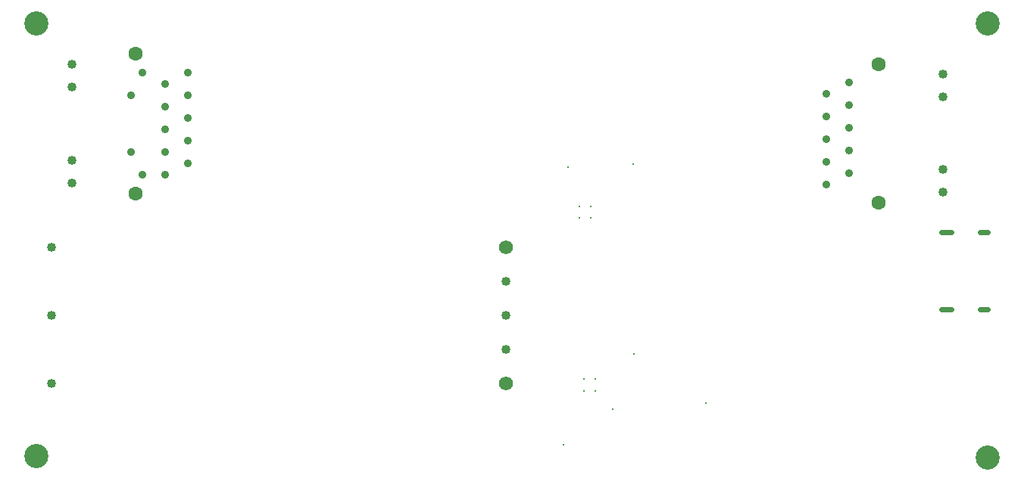
<source format=gbr>
%TF.GenerationSoftware,KiCad,Pcbnew,7.0.11+dfsg-1build4*%
%TF.CreationDate,2024-07-19T16:51:39+02:00*%
%TF.ProjectId,antmicro-poe-to-usbc-pd-adapter,616e746d-6963-4726-9f2d-706f652d746f,rev?*%
%TF.SameCoordinates,Original*%
%TF.FileFunction,Plated,1,4,PTH,Mixed*%
%TF.FilePolarity,Positive*%
%FSLAX46Y46*%
G04 Gerber Fmt 4.6, Leading zero omitted, Abs format (unit mm)*
G04 Created by KiCad (PCBNEW 7.0.11+dfsg-1build4) date 2024-07-19 16:51:39 commit  9a9195e *
%MOMM*%
%LPD*%
G01*
G04 APERTURE LIST*
%TA.AperFunction,ComponentDrill*%
%ADD10C,0.100000*%
%TD*%
%TA.AperFunction,ComponentDrill*%
%ADD11C,0.200000*%
%TD*%
%TA.AperFunction,ViaDrill*%
%ADD12C,0.300000*%
%TD*%
G04 aperture for slot hole*
%TA.AperFunction,ComponentDrill*%
%ADD13C,0.600000*%
%TD*%
%TA.AperFunction,ComponentDrill*%
%ADD14C,0.889000*%
%TD*%
%TA.AperFunction,ComponentDrill*%
%ADD15C,0.900000*%
%TD*%
%TA.AperFunction,ComponentDrill*%
%ADD16C,1.016000*%
%TD*%
%TA.AperFunction,ComponentDrill*%
%ADD17C,1.020000*%
%TD*%
%TA.AperFunction,ComponentDrill*%
%ADD18C,1.570000*%
%TD*%
%TA.AperFunction,ComponentDrill*%
%ADD19C,1.600000*%
%TD*%
%TA.AperFunction,ComponentDrill*%
%ADD20C,1.600200*%
%TD*%
%TA.AperFunction,ComponentDrill*%
%ADD21C,2.700000*%
%TD*%
G04 APERTURE END LIST*
D10*
%TO.C,U6*%
X205247000Y-147599000D03*
X205424000Y-150048000D03*
X205424000Y-150998000D03*
X206301000Y-150048000D03*
X206301000Y-150998000D03*
X206424000Y-146399000D03*
X206424000Y-147599000D03*
X206430000Y-148797000D03*
X207174000Y-150048000D03*
X207175000Y-150998000D03*
X207750000Y-146399000D03*
X207751000Y-147597000D03*
X207751000Y-148797000D03*
X208349000Y-150048000D03*
X208349000Y-150998000D03*
X209073000Y-146399000D03*
X209073000Y-147599000D03*
X209073000Y-148799000D03*
X209226000Y-150048000D03*
X209226000Y-150998000D03*
X210100000Y-150048000D03*
X210101000Y-150998000D03*
X210247000Y-147599000D03*
D11*
%TO.C,U7*%
X192165000Y-148860000D03*
X192165000Y-150130000D03*
%TO.C,U2*%
X192670000Y-168240000D03*
X192670000Y-169540000D03*
%TO.C,U7*%
X193465000Y-148860000D03*
X193465000Y-150130000D03*
%TO.C,U2*%
X193940000Y-168240000D03*
X193940000Y-169540000D03*
%TD*%
D12*
X190400000Y-175600000D03*
X190908334Y-144500000D03*
X195900000Y-171600000D03*
X198208334Y-144200000D03*
X198300000Y-165400000D03*
X206300000Y-170900000D03*
D13*
%TO.C,J3*%
X233769000Y-151759000D02*
X232669000Y-151759000D01*
X233769000Y-160400000D02*
X232669000Y-160400000D01*
X237800000Y-151759000D02*
X237000000Y-151759000D01*
X237800000Y-160400000D02*
X237000000Y-160400000D01*
D14*
%TO.C,J1*%
X142095000Y-136442000D03*
X142095000Y-142793000D03*
X143356000Y-133903000D03*
X143364000Y-145332000D03*
X145895000Y-135172000D03*
X145895000Y-137712000D03*
X145895000Y-140252000D03*
X145895000Y-142793000D03*
X145895000Y-145332000D03*
X148434000Y-133903000D03*
X148434000Y-136442000D03*
X148434000Y-138981000D03*
X148434000Y-141521000D03*
X148434000Y-144062000D03*
D15*
%TO.C,J2*%
X219829000Y-136245000D03*
X219829000Y-138785000D03*
X219829000Y-141325000D03*
X219829000Y-143865000D03*
X219829000Y-146405000D03*
X222370000Y-134975000D03*
X222370000Y-137514000D03*
X222370000Y-140054000D03*
X222370000Y-142595000D03*
X222370000Y-145135000D03*
D16*
%TO.C,J1*%
X135476000Y-132976000D03*
X135476000Y-135517000D03*
X135476000Y-143717000D03*
X135476000Y-146258000D03*
D17*
%TO.C,U4*%
X133220000Y-153480000D03*
X133220000Y-161100000D03*
X133220000Y-168720000D03*
X184020000Y-157290000D03*
X184020000Y-161100000D03*
X184020000Y-164910000D03*
%TO.C,J2*%
X232800000Y-134059000D03*
X232800000Y-136600000D03*
X232800000Y-144780000D03*
X232800000Y-147320000D03*
D18*
%TO.C,U4*%
X184020000Y-153480000D03*
X184020000Y-168720000D03*
D19*
%TO.C,J1*%
X142584000Y-131767000D03*
%TO.C,J2*%
X225671000Y-132943000D03*
X225671000Y-148435000D03*
D20*
%TO.C,J1*%
X142584000Y-147466000D03*
D21*
%TO.C,REF\u002A\u002A*%
X131500000Y-128400000D03*
X131500000Y-176800000D03*
X237800000Y-128400000D03*
X237800000Y-177000000D03*
M02*

</source>
